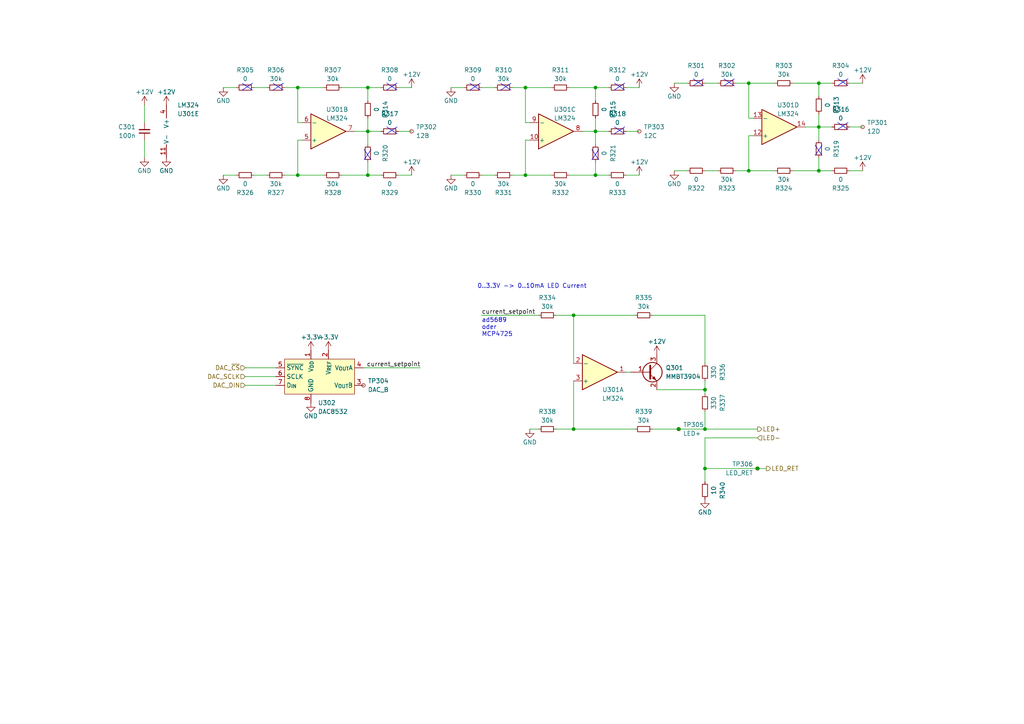
<source format=kicad_sch>
(kicad_sch (version 20211123) (generator eeschema)
  (paper "A4")
  (title_block (title "led-efficiency-measurement - OUTPUT") (date "2023-01-24") (rev "0.1") (comment 4 "Unless specified, all capacitors should be rated for 10V or higher"))
  (lib_symbols
    (symbol "Amplifier_Operational:LM324" (pin_names (offset 0.127))
      (property "Reference" "U" (at 0 5.08 0))
      (property "Value" "LM324" (at 0 -5.08 0))
      (symbol "LM324_1_1"
        (polyline (pts (xy -5.08 5.08) (xy 5.08 0) (xy -5.08 -5.08) (xy -5.08 5.08)) (stroke (width 0.254)) (fill (type background)))
        (pin output line (at 7.62 0 180) (length 2.54) (name "~") (number "1"))
        (pin input line (at -7.62 -2.54 0) (length 2.54) (name "-") (number "2"))
        (pin input line (at -7.62 2.54 0) (length 2.54) (name "+") (number "3"))
      )
      (symbol "LM324_2_1"
        (polyline (pts (xy -5.08 5.08) (xy 5.08 0) (xy -5.08 -5.08) (xy -5.08 5.08)) (stroke (width 0.254)) (fill (type background)))
        (pin input line (at -7.62 2.54 0) (length 2.54) (name "+") (number "5"))
        (pin input line (at -7.62 -2.54 0) (length 2.54) (name "-") (number "6"))
        (pin output line (at 7.62 0 180) (length 2.54) (name "~") (number "7"))
      )
      (symbol "LM324_3_1"
        (polyline (pts (xy -5.08 5.08) (xy 5.08 0) (xy -5.08 -5.08) (xy -5.08 5.08)) (stroke (width 0.254)) (fill (type background)))
        (pin input line (at -7.62 2.54 0) (length 2.54) (name "+") (number "10"))
        (pin output line (at 7.62 0 180) (length 2.54) (name "~") (number "8"))
        (pin input line (at -7.62 -2.54 0) (length 2.54) (name "-") (number "9"))
      )
      (symbol "LM324_4_1"
        (polyline (pts (xy -5.08 5.08) (xy 5.08 0) (xy -5.08 -5.08) (xy -5.08 5.08)) (stroke (width 0.254)) (fill (type background)))
        (pin input line (at -7.62 2.54 0) (length 2.54) (name "+") (number "12"))
        (pin input line (at -7.62 -2.54 0) (length 2.54) (name "-") (number "13"))
        (pin output line (at 7.62 0 180) (length 2.54) (name "~") (number "14"))
      )
      (symbol "LM324_5_1"
        (pin power_in line (at -2.54 -7.62 90) (length 3.81) (name "V-") (number "11"))
        (pin power_in line (at -2.54 7.62 270) (length 3.81) (name "V+") (number "4"))
      )
    )
    (symbol "Device:C_Small" (pin_numbers hide) (pin_names (offset 0.254) hide)
      (property "Reference" "C" (at 0.254 1.778 0))
      (property "Value" "C_Small" (at 0.254 -2.032 0))
      (symbol "C_Small_0_1"
        (polyline (pts (xy -1.524 -0.508) (xy 1.524 -0.508)) (stroke (width 0.3302)))
        (polyline (pts (xy -1.524 0.508) (xy 1.524 0.508)) (stroke (width 0.3048)))
      )
      (symbol "C_Small_1_1"
        (pin passive line (at 0 2.54 270) (length 2.032) (name "~") (number "1"))
        (pin passive line (at 0 -2.54 90) (length 2.032) (name "~") (number "2"))
      )
    )
    (symbol "Device:R_Small" (pin_numbers hide) (pin_names (offset 0.254) hide)
      (property "Reference" "R" (at 0.762 0.508 0))
      (property "Value" "R_Small" (at 0.762 -1.016 0))
      (symbol "R_Small_0_1"
        (rectangle (start -0.762 1.778) (end 0.762 -1.778) (stroke (width 0.2032)))
      )
      (symbol "R_Small_1_1"
        (pin passive line (at 0 2.54 270) (length 0.762) (name "~") (number "1"))
        (pin passive line (at 0 -2.54 90) (length 0.762) (name "~") (number "2"))
      )
    )
    (symbol "Seppl_Analog_DAC:DAC8532"
      (property "Reference" "U" (at 6.35 6.35 0))
      (property "Value" "DAC8532" (at 5.08 -6.35 0))
      (symbol "DAC8532_0_0"
        (pin power_in line (at -2.54 7.62 270) (length 2.54) (name "V_{DD}") (number "1"))
        (pin input line (at 2.54 7.62 270) (length 2.54) (name "V_{REF}") (number "2"))
        (pin output line (at 12.7 -2.54 180) (length 2.54) (name "V_{OUT}B") (number "3"))
        (pin output line (at 12.7 2.54 180) (length 2.54) (name "V_{OUT}A") (number "4"))
        (pin input line (at -12.7 2.54 0) (length 2.54) (name "~{SYNC}") (number "5"))
        (pin input line (at -12.7 0 0) (length 2.54) (name "SCLK") (number "6"))
        (pin input line (at -12.7 -2.54 0) (length 2.54) (name "D_{IN}") (number "7"))
        (pin power_in line (at -2.54 -7.62 90) (length 2.54) (name "GND") (number "8"))
      )
      (symbol "DAC8532_0_1"
        (rectangle (start -10.16 5.08) (end 10.16 -5.08) (fill (type background)))
      )
    )
    (symbol "Seppl_Testpoint:TestPoint_Small" (pin_numbers hide) (pin_names (offset 0.762) hide) (in_bom no)
      (property "Reference" "TP" (at 0 3.81 0))
      (property "Value" "TestPoint_Small" (at 0 2.032 0))
      (symbol "TestPoint_Small_0_1"
        (circle (center 0 0) (radius 0.508))
      )
      (symbol "TestPoint_Small_1_1"
        (pin passive line (at 0 0 90) (length 0) (name "1") (number "1"))
      )
    )
    (symbol "Transistor_BJT:MMBT3904" (pin_names (offset 0) hide)
      (property "Reference" "Q" (at 5.08 1.905 0))
      (property "Value" "MMBT3904" (at 5.08 0 0))
      (symbol "MMBT3904_0_1"
        (polyline (pts (xy 0.635 0.635) (xy 2.54 2.54)))
        (polyline (pts (xy 0.635 -0.635) (xy 2.54 -2.54) (xy 2.54 -2.54)))
        (polyline (pts (xy 0.635 1.905) (xy 0.635 -1.905) (xy 0.635 -1.905)) (stroke (width 0.508)))
        (polyline (pts (xy 1.27 -1.778) (xy 1.778 -1.27) (xy 2.286 -2.286) (xy 1.27 -1.778) (xy 1.27 -1.778)) (fill (type outline)))
        (circle (center 1.27 0) (radius 2.8194) (stroke (width 0.254)))
      )
      (symbol "MMBT3904_1_1"
        (pin input line (at -5.08 0 0) (length 5.715) (name "B") (number "1"))
        (pin passive line (at 2.54 -5.08 90) (length 2.54) (name "E") (number "2"))
        (pin passive line (at 2.54 5.08 270) (length 2.54) (name "C") (number "3"))
      )
    )
    (symbol "power:+12V" (power) (pin_names (offset 0))
      (property "Value" "+12V" (at 0 3.556 0))
      (symbol "+12V_0_1"
        (polyline (pts (xy -0.762 1.27) (xy 0 2.54)))
        (polyline (pts (xy 0 0) (xy 0 2.54)))
        (polyline (pts (xy 0 2.54) (xy 0.762 1.27)))
      )
      (symbol "+12V_1_1"
        (pin power_in line (at 0 0 90) (length 0) hide (name "+12V") (number "1"))
      )
    )
    (symbol "power:+3.3V" (power) (pin_names (offset 0))
      (property "Value" "+3.3V" (at 0 3.556 0))
      (symbol "+3.3V_0_1"
        (polyline (pts (xy -0.762 1.27) (xy 0 2.54)))
        (polyline (pts (xy 0 0) (xy 0 2.54)))
        (polyline (pts (xy 0 2.54) (xy 0.762 1.27)))
      )
      (symbol "+3.3V_1_1"
        (pin power_in line (at 0 0 90) (length 0) hide (name "+3.3V") (number "1"))
      )
    )
    (symbol "power:GND" (power) (pin_names (offset 0))
      (property "Value" "GND" (at 0 -3.81 0))
      (symbol "GND_0_1"
        (polyline (pts (xy 0 0) (xy 0 -1.27) (xy 1.27 -1.27) (xy 0 -2.54) (xy -1.27 -1.27) (xy 0 -1.27)))
      )
      (symbol "GND_1_1"
        (pin power_in line (at 0 0 270) (length 0) hide (name "GND") (number "1"))
      )
    )
  )
  (junction (at 237.49 36.83))
  (junction (at 217.17 24.13))
  (junction (at 106.68 38.1))
  (junction (at 196.85 124.46))
  (junction (at 237.49 49.53))
  (junction (at 166.37 124.46))
  (junction (at 204.47 135.89))
  (junction (at 217.17 49.53))
  (junction (at 237.49 24.13))
  (junction (at 204.47 113.03))
  (junction (at 166.37 91.44))
  (junction (at 219.71 135.89))
  (junction (at 172.72 50.8))
  (junction (at 152.4 50.8))
  (junction (at 106.68 50.8))
  (junction (at 152.4 25.4))
  (junction (at 106.68 25.4))
  (junction (at 172.72 38.1))
  (junction (at 86.36 50.8))
  (junction (at 204.47 124.46))
  (junction (at 86.36 25.4))
  (junction (at 172.72 25.4))
  (wire (pts (xy 181.61 107.95) (xy 182.88 107.95)))
  (wire (pts (xy 213.36 24.13) (xy 217.17 24.13)))
  (wire (pts (xy 172.72 38.1) (xy 172.72 41.91)))
  (wire (pts (xy 121.92 106.68) (xy 105.41 106.68)))
  (wire (pts (xy 233.68 36.83) (xy 237.49 36.83)))
  (wire (pts (xy 185.42 50.8) (xy 181.61 50.8)))
  (wire (pts (xy 130.81 25.4) (xy 134.62 25.4)))
  (wire (pts (xy 86.36 50.8) (xy 93.98 50.8)))
  (wire (pts (xy 195.58 24.13) (xy 199.39 24.13)))
  (wire (pts (xy 185.42 25.4) (xy 181.61 25.4)))
  (wire (pts (xy 204.47 110.49) (xy 204.47 113.03)))
  (wire (pts (xy 152.4 25.4) (xy 152.4 35.56)))
  (wire (pts (xy 152.4 35.56) (xy 153.67 35.56)))
  (wire (pts (xy 106.68 25.4) (xy 110.49 25.4)))
  (wire (pts (xy 213.36 49.53) (xy 217.17 49.53)))
  (wire (pts (xy 130.81 50.8) (xy 134.62 50.8)))
  (wire (pts (xy 237.49 24.13) (xy 241.3 24.13)))
  (wire (pts (xy 73.66 50.8) (xy 77.47 50.8)))
  (wire (pts (xy 185.42 38.1) (xy 181.61 38.1)))
  (wire (pts (xy 161.29 124.46) (xy 166.37 124.46)))
  (wire (pts (xy 71.12 109.22) (xy 80.01 109.22)))
  (wire (pts (xy 172.72 34.29) (xy 172.72 38.1)))
  (wire (pts (xy 168.91 38.1) (xy 172.72 38.1)))
  (wire (pts (xy 153.67 40.64) (xy 152.4 40.64)))
  (wire (pts (xy 218.44 39.37) (xy 217.17 39.37)))
  (wire (pts (xy 71.12 106.68) (xy 80.01 106.68)))
  (wire (pts (xy 237.49 33.02) (xy 237.49 36.83)))
  (wire (pts (xy 86.36 40.64) (xy 86.36 50.8)))
  (wire (pts (xy 172.72 50.8) (xy 176.53 50.8)))
  (wire (pts (xy 166.37 110.49) (xy 166.37 124.46)))
  (wire (pts (xy 189.23 124.46) (xy 196.85 124.46)))
  (wire (pts (xy 217.17 39.37) (xy 217.17 49.53)))
  (wire (pts (xy 119.38 50.8) (xy 115.57 50.8)))
  (wire (pts (xy 217.17 49.53) (xy 224.79 49.53)))
  (wire (pts (xy 153.67 124.46) (xy 156.21 124.46)))
  (wire (pts (xy 41.91 45.72) (xy 41.91 40.64)))
  (wire (pts (xy 139.7 50.8) (xy 143.51 50.8)))
  (wire (pts (xy 99.06 25.4) (xy 106.68 25.4)))
  (wire (pts (xy 119.38 38.1) (xy 115.57 38.1)))
  (wire (pts (xy 172.72 29.21) (xy 172.72 25.4)))
  (wire (pts (xy 106.68 46.99) (xy 106.68 50.8)))
  (wire (pts (xy 224.79 24.13) (xy 217.17 24.13)))
  (wire (pts (xy 250.19 24.13) (xy 246.38 24.13)))
  (wire (pts (xy 166.37 124.46) (xy 184.15 124.46)))
  (wire (pts (xy 106.68 50.8) (xy 110.49 50.8)))
  (wire (pts (xy 237.49 36.83) (xy 237.49 40.64)))
  (wire (pts (xy 196.85 124.46) (xy 204.47 124.46)))
  (wire (pts (xy 64.77 50.8) (xy 68.58 50.8)))
  (wire (pts (xy 172.72 25.4) (xy 176.53 25.4)))
  (wire (pts (xy 237.49 36.83) (xy 241.3 36.83)))
  (wire (pts (xy 86.36 35.56) (xy 87.63 35.56)))
  (wire (pts (xy 195.58 49.53) (xy 199.39 49.53)))
  (wire (pts (xy 64.77 25.4) (xy 68.58 25.4)))
  (wire (pts (xy 106.68 29.21) (xy 106.68 25.4)))
  (wire (pts (xy 204.47 127) (xy 219.71 127)))
  (wire (pts (xy 250.19 36.83) (xy 246.38 36.83)))
  (wire (pts (xy 237.49 45.72) (xy 237.49 49.53)))
  (wire (pts (xy 139.7 25.4) (xy 143.51 25.4)))
  (wire (pts (xy 229.87 49.53) (xy 237.49 49.53)))
  (wire (pts (xy 165.1 50.8) (xy 172.72 50.8)))
  (wire (pts (xy 82.55 25.4) (xy 86.36 25.4)))
  (wire (pts (xy 204.47 127) (xy 204.47 135.89)))
  (wire (pts (xy 41.91 30.48) (xy 41.91 35.56)))
  (wire (pts (xy 204.47 91.44) (xy 189.23 91.44)))
  (wire (pts (xy 237.49 27.94) (xy 237.49 24.13)))
  (wire (pts (xy 172.72 38.1) (xy 176.53 38.1)))
  (wire (pts (xy 237.49 49.53) (xy 241.3 49.53)))
  (wire (pts (xy 217.17 24.13) (xy 217.17 34.29)))
  (wire (pts (xy 99.06 50.8) (xy 106.68 50.8)))
  (wire (pts (xy 172.72 46.99) (xy 172.72 50.8)))
  (wire (pts (xy 204.47 124.46) (xy 219.71 124.46)))
  (wire (pts (xy 106.68 38.1) (xy 110.49 38.1)))
  (wire (pts (xy 152.4 50.8) (xy 160.02 50.8)))
  (wire (pts (xy 161.29 91.44) (xy 166.37 91.44)))
  (wire (pts (xy 86.36 25.4) (xy 86.36 35.56)))
  (wire (pts (xy 217.17 34.29) (xy 218.44 34.29)))
  (wire (pts (xy 119.38 25.4) (xy 115.57 25.4)))
  (wire (pts (xy 204.47 135.89) (xy 204.47 139.7)))
  (wire (pts (xy 229.87 24.13) (xy 237.49 24.13)))
  (wire (pts (xy 148.59 50.8) (xy 152.4 50.8)))
  (wire (pts (xy 106.68 34.29) (xy 106.68 38.1)))
  (wire (pts (xy 87.63 40.64) (xy 86.36 40.64)))
  (wire (pts (xy 73.66 25.4) (xy 77.47 25.4)))
  (wire (pts (xy 204.47 135.89) (xy 219.71 135.89)))
  (wire (pts (xy 166.37 91.44) (xy 184.15 91.44)))
  (wire (pts (xy 204.47 113.03) (xy 204.47 114.3)))
  (wire (pts (xy 152.4 40.64) (xy 152.4 50.8)))
  (wire (pts (xy 160.02 25.4) (xy 152.4 25.4)))
  (wire (pts (xy 148.59 25.4) (xy 152.4 25.4)))
  (wire (pts (xy 139.7 91.44) (xy 156.21 91.44)))
  (wire (pts (xy 219.71 135.89) (xy 222.25 135.89)))
  (wire (pts (xy 204.47 105.41) (xy 204.47 91.44)))
  (wire (pts (xy 190.5 113.03) (xy 204.47 113.03)))
  (wire (pts (xy 82.55 50.8) (xy 86.36 50.8)))
  (wire (pts (xy 166.37 105.41) (xy 166.37 91.44)))
  (wire (pts (xy 93.98 25.4) (xy 86.36 25.4)))
  (wire (pts (xy 204.47 119.38) (xy 204.47 124.46)))
  (wire (pts (xy 106.68 38.1) (xy 106.68 41.91)))
  (wire (pts (xy 165.1 25.4) (xy 172.72 25.4)))
  (wire (pts (xy 71.12 111.76) (xy 80.01 111.76)))
  (wire (pts (xy 102.87 38.1) (xy 106.68 38.1)))
  (wire (pts (xy 250.19 49.53) (xy 246.38 49.53)))
  (wire (pts (xy 204.47 24.13) (xy 208.28 24.13)))
  (wire (pts (xy 204.47 49.53) (xy 208.28 49.53)))
  (text "ad5689\noder\nMCP4725" (at 139.7 97.79 0) (effects (font (size 1.27 1.27)) (justify left bottom)))
  (text "X" (at 238.9602 45.7121 180) (effects (font (size 3 3)) (justify right bottom)))
  (text "X" (at 174.1902 46.9821 180) (effects (font (size 3 3)) (justify right bottom)))
  (text "X" (at 115.5373 39.5769 90) (effects (font (size 3 3)) (justify left bottom)))
  (text "X" (at 82.55 26.9284 90) (effects (font (size 3 3)) (justify left bottom)))
  (text "X" (at 181.5773 39.5769 90) (effects (font (size 3 3)) (justify left bottom)))
  (text "X" (at 204.4281 25.6584 90) (effects (font (size 3 3)) (justify left bottom)))
  (text "X" (at 246.3473 25.6069 90) (effects (font (size 3 3)) (justify left bottom)))
  (text "X" (at 108.1502 46.9821 180) (effects (font (size 3 3)) (justify right bottom)))
  (text "X" (at 213.36 25.6584 90) (effects (font (size 3 3)) (justify left bottom)))
  (text "X" (at 115.5373 26.8769 90) (effects (font (size 3 3)) (justify left bottom)))
  (text "X" (at 73.6181 26.9284 90) (effects (font (size 3 3)) (justify left bottom)))
  (text "X" (at 246.3473 38.3069 90) (effects (font (size 3 3)) (justify left bottom)))
  (text "X" (at 181.5773 26.8769 90) (effects (font (size 3 3)) (justify left bottom)))
  (text "X" (at 139.6581 26.9284 90) (effects (font (size 3 3)) (justify left bottom)))
  (text "0..3.3V -> 0..10mA LED Current" (at 138.43 83.82 0) (effects (font (size 1.27 1.27)) (justify left bottom)))
  (text "X" (at 148.59 26.9284 90) (effects (font (size 3 3)) (justify left bottom)))
  (label "current_setpoint" (at 121.92 106.68 180))
  (label "current_setpoint" (at 139.7 91.44 0))
  (hierarchical_label "LED+" (shape output) (at 219.71 124.46 0))
  (hierarchical_label "DAC_SCLK" (shape input) (at 71.12 109.22 180))
  (hierarchical_label "LED-" (shape input) (at 219.71 127 0))
  (hierarchical_label "DAC_DIN" (shape input) (at 71.12 111.76 180))
  (hierarchical_label "LED_RET" (shape output) (at 222.25 135.89 0))
  (hierarchical_label "DAC_~{CS}" (shape input) (at 71.12 106.68 180))
  (symbol (lib_id "Device:R_Small") (at 172.72 31.75 0) (mirror x) (unit 1)
    (property "Reference" "R315" (at 177.8 31.75 90))
    (property "Value" "0" (at 175.26 31.75 90))
    (property "Footprint" "Resistor_SMD:R_0805_2012Metric_Pad1.20x1.40mm_HandSolder" (effects hide))
  )
  (symbol (lib_id "power:GND") (at 195.58 49.53 0) (unit 1)
    (property "Reference" "#PWR0311" (effects hide))
    (property "Value" "GND" (at 195.58 53.34 0))
  )
  (symbol (lib_id "Device:R_Small") (at 158.75 91.44 90) (unit 1)
    (property "Reference" "R334" (at 158.75 86.36 90))
    (property "Value" "30k" (at 158.75 88.9 90))
    (property "Footprint" "Resistor_SMD:R_0805_2012Metric_Pad1.20x1.40mm_HandSolder" (effects hide))
  )
  (symbol (lib_id "Device:R_Small") (at 71.12 50.8 90) (mirror x) (unit 1)
    (property "Reference" "R326" (at 71.12 55.88 90))
    (property "Value" "0" (at 71.12 53.34 90))
    (property "Footprint" "Resistor_SMD:R_0805_2012Metric_Pad1.20x1.40mm_HandSolder" (effects hide))
  )
  (symbol (lib_id "Device:R_Small") (at 80.01 50.8 90) (mirror x) (unit 1)
    (property "Reference" "R327" (at 80.01 55.88 90))
    (property "Value" "30k" (at 80.01 53.34 90))
    (property "Footprint" "Resistor_SMD:R_0805_2012Metric_Pad1.20x1.40mm_HandSolder" (effects hide))
  )
  (symbol (lib_id "Device:R_Small") (at 162.56 50.8 90) (mirror x) (unit 1)
    (property "Reference" "R332" (at 162.56 55.88 90))
    (property "Value" "30k" (at 162.56 53.34 90))
    (property "Footprint" "Resistor_SMD:R_0805_2012Metric_Pad1.20x1.40mm_HandSolder" (effects hide))
  )
  (symbol (lib_id "power:GND") (at 130.81 50.8 0) (unit 1)
    (property "Reference" "#PWR0315" (effects hide))
    (property "Value" "GND" (at 130.81 54.61 0))
  )
  (symbol (lib_id "Device:R_Small") (at 227.33 49.53 90) (mirror x) (unit 1)
    (property "Reference" "R324" (at 227.33 54.61 90))
    (property "Value" "30k" (at 227.33 52.07 90))
    (property "Footprint" "Resistor_SMD:R_0805_2012Metric_Pad1.20x1.40mm_HandSolder" (effects hide))
  )
  (symbol (lib_id "Seppl_Testpoint:TestPoint_Small") (at 105.41 111.76 0) (unit 1) (in_bom no)
    (property "Reference" "TP304" (at 106.68 110.4899 0) (effects (justify left)))
    (property "Value" "DAC_B" (at 106.68 113.0299 0) (effects (justify left)))
    (property "Footprint" "TestPoint:TestPoint_Pad_D2.0mm" (effects hide))
  )
  (symbol (lib_id "power:+12V") (at 119.38 50.8 0) (unit 1)
    (property "Reference" "#PWR0314" (effects hide))
    (property "Value" "+12V" (at 119.38 46.99 0))
  )
  (symbol (lib_id "power:+12V") (at 48.26 30.48 0) (unit 1)
    (property "Reference" "#PWR0308" (effects hide))
    (property "Value" "+12V" (at 48.26 26.67 0))
  )
  (symbol (lib_id "Device:R_Small") (at 186.69 91.44 90) (unit 1)
    (property "Reference" "R335" (at 186.69 86.36 90))
    (property "Value" "30k" (at 186.69 88.9 90))
    (property "Footprint" "Resistor_SMD:R_0805_2012Metric_Pad1.20x1.40mm_HandSolder" (effects hide))
  )
  (symbol (lib_id "Amplifier_Operational:LM324") (at 95.25 38.1 0) (mirror x) (unit 2)
    (property "Reference" "U301" (at 97.79 31.75 0))
    (property "Value" "LM324" (at 97.79 34.29 0))
    (property "Footprint" "Package_SO:SOIC-14_3.9x8.7mm_P1.27mm" (effects hide))
    (property "Datasheet" "http://www.ti.com/lit/ds/symlink/lm2902-n.pdf" (effects hide))
  )
  (symbol (lib_id "Seppl_Testpoint:TestPoint_Small") (at 185.42 38.1 0) (unit 1) (in_bom no)
    (property "Reference" "TP303" (at 186.69 36.8299 0) (effects (justify left)))
    (property "Value" "12C" (at 186.69 39.3699 0) (effects (justify left)))
    (property "Footprint" "TestPoint:TestPoint_Pad_D2.0mm" (effects hide))
  )
  (symbol (lib_id "Transistor_BJT:MMBT3904") (at 187.96 107.95 0) (unit 1)
    (property "Reference" "Q301" (at 193.04 106.6799 0) (effects (justify left)))
    (property "Value" "MMBT3904" (at 193.04 109.2199 0) (effects (justify left)))
    (property "Footprint" "Package_TO_SOT_SMD:SOT-23" (effects hide))
    (property "Datasheet" "https://www.onsemi.com/pub/Collateral/2N3903-D.PDF" (effects hide))
  )
  (symbol (lib_id "Amplifier_Operational:LM324") (at 226.06 36.83 0) (mirror x) (unit 4)
    (property "Reference" "U301" (at 228.6 30.48 0))
    (property "Value" "LM324" (at 228.6 33.02 0))
    (property "Footprint" "Package_SO:SOIC-14_3.9x8.7mm_P1.27mm" (effects hide))
    (property "Datasheet" "http://www.ti.com/lit/ds/symlink/lm2902-n.pdf" (effects hide))
  )
  (symbol (lib_id "Seppl_Testpoint:TestPoint_Small") (at 119.38 38.1 0) (unit 1) (in_bom no)
    (property "Reference" "TP302" (at 120.65 36.8299 0) (effects (justify left)))
    (property "Value" "12B" (at 120.65 39.3699 0) (effects (justify left)))
    (property "Footprint" "TestPoint:TestPoint_Pad_D2.0mm" (effects hide))
  )
  (symbol (lib_id "power:GND") (at 130.81 25.4 0) (unit 1)
    (property "Reference" "#PWR0305" (effects hide))
    (property "Value" "GND" (at 130.81 29.21 0))
  )
  (symbol (lib_id "Device:R_Small") (at 113.03 50.8 90) (mirror x) (unit 1)
    (property "Reference" "R329" (at 113.03 55.88 90))
    (property "Value" "0" (at 113.03 53.34 90))
    (property "Footprint" "Resistor_SMD:R_0805_2012Metric_Pad1.20x1.40mm_HandSolder" (effects hide))
  )
  (symbol (lib_id "Device:R_Small") (at 146.05 25.4 90) (unit 1)
    (property "Reference" "R310" (at 146.05 20.32 90))
    (property "Value" "30k" (at 146.05 22.86 90))
    (property "Footprint" "Resistor_SMD:R_0805_2012Metric_Pad1.20x1.40mm_HandSolder" (effects hide))
  )
  (symbol (lib_id "Device:R_Small") (at 227.33 24.13 90) (unit 1)
    (property "Reference" "R303" (at 227.33 19.05 90))
    (property "Value" "30k" (at 227.33 21.59 90))
    (property "Footprint" "Resistor_SMD:R_0805_2012Metric_Pad1.20x1.40mm_HandSolder" (effects hide))
  )
  (symbol (lib_id "Device:R_Small") (at 243.84 36.83 90) (unit 1)
    (property "Reference" "R316" (at 243.84 31.75 90))
    (property "Value" "0" (at 243.84 34.29 90))
    (property "Footprint" "Resistor_SMD:R_0805_2012Metric_Pad1.20x1.40mm_HandSolder" (effects hide))
  )
  (symbol (lib_id "Device:R_Small") (at 96.52 25.4 90) (unit 1)
    (property "Reference" "R307" (at 96.52 20.32 90))
    (property "Value" "30k" (at 96.52 22.86 90))
    (property "Footprint" "Resistor_SMD:R_0805_2012Metric_Pad1.20x1.40mm_HandSolder" (effects hide))
  )
  (symbol (lib_id "Device:R_Small") (at 158.75 124.46 90) (unit 1)
    (property "Reference" "R338" (at 158.75 119.38 90))
    (property "Value" "30k" (at 158.75 121.92 90))
    (property "Footprint" "Resistor_SMD:R_0805_2012Metric_Pad1.20x1.40mm_HandSolder" (effects hide))
  )
  (symbol (lib_id "power:GND") (at 41.91 45.72 0) (unit 1)
    (property "Reference" "#PWR0309" (effects hide))
    (property "Value" "GND" (at 41.91 49.53 0))
  )
  (symbol (lib_id "power:+12V") (at 41.91 30.48 0) (unit 1)
    (property "Reference" "#PWR0307" (effects hide))
    (property "Value" "+12V" (at 41.91 26.67 0))
  )
  (symbol (lib_id "Device:R_Small") (at 146.05 50.8 90) (mirror x) (unit 1)
    (property "Reference" "R331" (at 146.05 55.88 90))
    (property "Value" "30k" (at 146.05 53.34 90))
    (property "Footprint" "Resistor_SMD:R_0805_2012Metric_Pad1.20x1.40mm_HandSolder" (effects hide))
  )
  (symbol (lib_id "Device:R_Small") (at 179.07 50.8 90) (mirror x) (unit 1)
    (property "Reference" "R333" (at 179.07 55.88 90))
    (property "Value" "0" (at 179.07 53.34 90))
    (property "Footprint" "Resistor_SMD:R_0805_2012Metric_Pad1.20x1.40mm_HandSolder" (effects hide))
  )
  (symbol (lib_id "Device:R_Small") (at 71.12 25.4 90) (unit 1)
    (property "Reference" "R305" (at 71.12 20.32 90))
    (property "Value" "0" (at 71.12 22.86 90))
    (property "Footprint" "Resistor_SMD:R_0805_2012Metric_Pad1.20x1.40mm_HandSolder" (effects hide))
  )
  (symbol (lib_id "Device:R_Small") (at 210.82 24.13 90) (unit 1)
    (property "Reference" "R302" (at 210.82 19.05 90))
    (property "Value" "30k" (at 210.82 21.59 90))
    (property "Footprint" "Resistor_SMD:R_0805_2012Metric_Pad1.20x1.40mm_HandSolder" (effects hide))
  )
  (symbol (lib_id "Seppl_Testpoint:TestPoint_Small") (at 196.85 124.46 270) (mirror x) (unit 1) (in_bom no)
    (property "Reference" "TP305" (at 198.12 123.1899 90) (effects (justify left)))
    (property "Value" "LED+" (at 198.12 125.7299 90) (effects (justify left)))
    (property "Footprint" "TestPoint:TestPoint_Pad_D2.0mm" (effects hide))
  )
  (symbol (lib_id "Device:R_Small") (at 137.16 25.4 90) (unit 1)
    (property "Reference" "R309" (at 137.16 20.32 90))
    (property "Value" "0" (at 137.16 22.86 90))
    (property "Footprint" "Resistor_SMD:R_0805_2012Metric_Pad1.20x1.40mm_HandSolder" (effects hide))
  )
  (symbol (lib_id "Device:R_Small") (at 80.01 25.4 90) (unit 1)
    (property "Reference" "R306" (at 80.01 20.32 90))
    (property "Value" "30k" (at 80.01 22.86 90))
    (property "Footprint" "Resistor_SMD:R_0805_2012Metric_Pad1.20x1.40mm_HandSolder" (effects hide))
  )
  (symbol (lib_id "Device:R_Small") (at 179.07 38.1 90) (unit 1)
    (property "Reference" "R318" (at 179.07 33.02 90))
    (property "Value" "0" (at 179.07 35.56 90))
    (property "Footprint" "Resistor_SMD:R_0805_2012Metric_Pad1.20x1.40mm_HandSolder" (effects hide))
  )
  (symbol (lib_id "Device:R_Small") (at 186.69 124.46 90) (unit 1)
    (property "Reference" "R339" (at 186.69 119.38 90))
    (property "Value" "30k" (at 186.69 121.92 90))
    (property "Footprint" "Resistor_SMD:R_0805_2012Metric_Pad1.20x1.40mm_HandSolder" (effects hide))
  )
  (symbol (lib_id "Device:R_Small") (at 204.47 142.24 0) (mirror x) (unit 1)
    (property "Reference" "R340" (at 209.55 142.24 90))
    (property "Value" "10" (at 207.01 142.24 90))
    (property "Footprint" "Resistor_SMD:R_0805_2012Metric_Pad1.20x1.40mm_HandSolder" (effects hide))
  )
  (symbol (lib_id "Seppl_Testpoint:TestPoint_Small") (at 219.71 135.89 0) (mirror x) (unit 1) (in_bom no)
    (property "Reference" "TP306" (at 218.44 134.6199 0) (effects (justify right)))
    (property "Value" "LED_RET" (at 218.44 137.1599 0) (effects (justify right)))
    (property "Footprint" "TestPoint:TestPoint_Pad_D2.0mm" (effects hide))
  )
  (symbol (lib_id "power:GND") (at 48.26 45.72 0) (unit 1)
    (property "Reference" "#PWR0310" (effects hide))
    (property "Value" "GND" (at 48.26 49.53 0))
  )
  (symbol (lib_id "Amplifier_Operational:LM324") (at 50.8 38.1 0) (unit 5)
    (property "Reference" "U301" (at 54.61 33.02 0))
    (property "Value" "LM324" (at 54.61 30.48 0))
    (property "Footprint" "Package_SO:SOIC-14_3.9x8.7mm_P1.27mm" (effects hide))
    (property "Datasheet" "http://www.ti.com/lit/ds/symlink/lm2902-n.pdf" (effects hide))
  )
  (symbol (lib_id "Device:R_Small") (at 243.84 24.13 90) (unit 1)
    (property "Reference" "R304" (at 243.84 19.05 90))
    (property "Value" "0" (at 243.84 21.59 90))
    (property "Footprint" "Resistor_SMD:R_0805_2012Metric_Pad1.20x1.40mm_HandSolder" (effects hide))
  )
  (symbol (lib_id "Device:R_Small") (at 172.72 44.45 0) (mirror x) (unit 1)
    (property "Reference" "R321" (at 177.8 44.45 90))
    (property "Value" "0" (at 175.26 44.45 90))
    (property "Footprint" "Resistor_SMD:R_0805_2012Metric_Pad1.20x1.40mm_HandSolder" (effects hide))
  )
  (symbol (lib_id "power:+12V") (at 250.19 49.53 0) (unit 1)
    (property "Reference" "#PWR0312" (effects hide))
    (property "Value" "+12V" (at 250.19 45.72 0))
  )
  (symbol (lib_id "power:GND") (at 90.17 116.84 0) (unit 1)
    (property "Reference" "#PWR0320" (effects hide))
    (property "Value" "GND" (at 90.17 120.65 0))
  )
  (symbol (lib_id "power:+12V") (at 185.42 25.4 0) (unit 1)
    (property "Reference" "#PWR0306" (effects hide))
    (property "Value" "+12V" (at 185.42 21.59 0))
  )
  (symbol (lib_id "Device:R_Small") (at 162.56 25.4 90) (unit 1)
    (property "Reference" "R311" (at 162.56 20.32 90))
    (property "Value" "30k" (at 162.56 22.86 90))
    (property "Footprint" "Resistor_SMD:R_0805_2012Metric_Pad1.20x1.40mm_HandSolder" (effects hide))
  )
  (symbol (lib_id "Device:R_Small") (at 137.16 50.8 90) (mirror x) (unit 1)
    (property "Reference" "R330" (at 137.16 55.88 90))
    (property "Value" "0" (at 137.16 53.34 90))
    (property "Footprint" "Resistor_SMD:R_0805_2012Metric_Pad1.20x1.40mm_HandSolder" (effects hide))
  )
  (symbol (lib_id "power:+3.3V") (at 95.25 101.6 0) (unit 1)
    (property "Reference" "#PWR0318" (effects hide))
    (property "Value" "+3.3V" (at 95.25 97.79 0))
  )
  (symbol (lib_id "power:GND") (at 204.47 144.78 0) (unit 1)
    (property "Reference" "#PWR0322" (effects hide))
    (property "Value" "GND" (at 204.47 148.59 0))
  )
  (symbol (lib_id "Device:R_Small") (at 237.49 30.48 0) (mirror x) (unit 1)
    (property "Reference" "R313" (at 242.57 30.48 90))
    (property "Value" "0" (at 240.03 30.48 90))
    (property "Footprint" "Resistor_SMD:R_0805_2012Metric_Pad1.20x1.40mm_HandSolder" (effects hide))
  )
  (symbol (lib_id "power:+12V") (at 185.42 50.8 0) (unit 1)
    (property "Reference" "#PWR0316" (effects hide))
    (property "Value" "+12V" (at 185.42 46.99 0))
  )
  (symbol (lib_id "power:GND") (at 153.67 124.46 0) (unit 1)
    (property "Reference" "#PWR0321" (effects hide))
    (property "Value" "GND" (at 153.67 128.27 0))
  )
  (symbol (lib_id "Device:R_Small") (at 237.49 43.18 0) (mirror x) (unit 1)
    (property "Reference" "R319" (at 242.57 43.18 90))
    (property "Value" "0" (at 240.03 43.18 90))
    (property "Footprint" "Resistor_SMD:R_0805_2012Metric_Pad1.20x1.40mm_HandSolder" (effects hide))
  )
  (symbol (lib_id "power:+12V") (at 250.19 24.13 0) (unit 1)
    (property "Reference" "#PWR0302" (effects hide))
    (property "Value" "+12V" (at 250.19 20.32 0))
  )
  (symbol (lib_id "Device:R_Small") (at 201.93 49.53 90) (mirror x) (unit 1)
    (property "Reference" "R322" (at 201.93 54.61 90))
    (property "Value" "0" (at 201.93 52.07 90))
    (property "Footprint" "Resistor_SMD:R_0805_2012Metric_Pad1.20x1.40mm_HandSolder" (effects hide))
  )
  (symbol (lib_id "Device:R_Small") (at 201.93 24.13 90) (unit 1)
    (property "Reference" "R301" (at 201.93 19.05 90))
    (property "Value" "0" (at 201.93 21.59 90))
    (property "Footprint" "Resistor_SMD:R_0805_2012Metric_Pad1.20x1.40mm_HandSolder" (effects hide))
  )
  (symbol (lib_id "Device:R_Small") (at 113.03 25.4 90) (unit 1)
    (property "Reference" "R308" (at 113.03 20.32 90))
    (property "Value" "0" (at 113.03 22.86 90))
    (property "Footprint" "Resistor_SMD:R_0805_2012Metric_Pad1.20x1.40mm_HandSolder" (effects hide))
  )
  (symbol (lib_id "Device:R_Small") (at 113.03 38.1 90) (unit 1)
    (property "Reference" "R317" (at 113.03 33.02 90))
    (property "Value" "0" (at 113.03 35.56 90))
    (property "Footprint" "Resistor_SMD:R_0805_2012Metric_Pad1.20x1.40mm_HandSolder" (effects hide))
  )
  (symbol (lib_id "Device:R_Small") (at 204.47 116.84 0) (mirror x) (unit 1)
    (property "Reference" "R337" (at 209.55 116.84 90))
    (property "Value" "330" (at 207.01 116.84 90))
    (property "Footprint" "Resistor_SMD:R_0805_2012Metric_Pad1.20x1.40mm_HandSolder" (effects hide))
  )
  (symbol (lib_id "Device:R_Small") (at 243.84 49.53 90) (mirror x) (unit 1)
    (property "Reference" "R325" (at 243.84 54.61 90))
    (property "Value" "0" (at 243.84 52.07 90))
    (property "Footprint" "Resistor_SMD:R_0805_2012Metric_Pad1.20x1.40mm_HandSolder" (effects hide))
  )
  (symbol (lib_id "Device:R_Small") (at 210.82 49.53 90) (mirror x) (unit 1)
    (property "Reference" "R323" (at 210.82 54.61 90))
    (property "Value" "30k" (at 210.82 52.07 90))
    (property "Footprint" "Resistor_SMD:R_0805_2012Metric_Pad1.20x1.40mm_HandSolder" (effects hide))
  )
  (symbol (lib_id "power:GND") (at 64.77 25.4 0) (unit 1)
    (property "Reference" "#PWR0303" (effects hide))
    (property "Value" "GND" (at 64.77 29.21 0))
  )
  (symbol (lib_id "Amplifier_Operational:LM324") (at 161.29 38.1 0) (mirror x) (unit 3)
    (property "Reference" "U301" (at 163.83 31.75 0))
    (property "Value" "LM324" (at 163.83 34.29 0))
    (property "Footprint" "Package_SO:SOIC-14_3.9x8.7mm_P1.27mm" (effects hide))
    (property "Datasheet" "http://www.ti.com/lit/ds/symlink/lm2902-n.pdf" (effects hide))
  )
  (symbol (lib_id "Device:C_Small") (at 41.91 38.1 0) (mirror x) (unit 1)
    (property "Reference" "C301" (at 39.37 36.8235 0) (effects (justify right)))
    (property "Value" "100n" (at 39.37 39.3635 0) (effects (justify right)))
    (property "Footprint" "Capacitor_SMD:C_0805_2012Metric_Pad1.18x1.45mm_HandSolder" (effects hide))
  )
  (symbol (lib_id "Device:R_Small") (at 106.68 44.45 0) (mirror x) (unit 1)
    (property "Reference" "R320" (at 111.76 44.45 90))
    (property "Value" "0" (at 109.22 44.45 90))
    (property "Footprint" "Resistor_SMD:R_0805_2012Metric_Pad1.20x1.40mm_HandSolder" (effects hide))
  )
  (symbol (lib_id "power:GND") (at 195.58 24.13 0) (unit 1)
    (property "Reference" "#PWR0301" (effects hide))
    (property "Value" "GND" (at 195.58 27.94 0))
  )
  (symbol (lib_id "Seppl_Testpoint:TestPoint_Small") (at 250.19 36.83 0) (unit 1) (in_bom no)
    (property "Reference" "TP301" (at 251.46 35.5599 0) (effects (justify left)))
    (property "Value" "12D" (at 251.46 38.0999 0) (effects (justify left)))
    (property "Footprint" "TestPoint:TestPoint_Pad_D2.0mm" (effects hide))
  )
  (symbol (lib_id "power:+3.3V") (at 90.17 101.6 0) (unit 1)
    (property "Reference" "#PWR0317" (effects hide))
    (property "Value" "+3.3V" (at 90.17 97.79 0))
  )
  (symbol (lib_id "power:GND") (at 64.77 50.8 0) (unit 1)
    (property "Reference" "#PWR0313" (effects hide))
    (property "Value" "GND" (at 64.77 54.61 0))
  )
  (symbol (lib_id "Amplifier_Operational:LM324") (at 173.99 107.95 0) (mirror x) (unit 1)
    (property "Reference" "U301" (at 177.8 113.03 0))
    (property "Value" "LM324" (at 177.8 115.57 0))
    (property "Footprint" "Package_SO:SOIC-14_3.9x8.7mm_P1.27mm" (effects hide))
    (property "Datasheet" "http://www.ti.com/lit/ds/symlink/lm2902-n.pdf" (effects hide))
  )
  (symbol (lib_id "Device:R_Small") (at 179.07 25.4 90) (unit 1)
    (property "Reference" "R312" (at 179.07 20.32 90))
    (property "Value" "0" (at 179.07 22.86 90))
    (property "Footprint" "Resistor_SMD:R_0805_2012Metric_Pad1.20x1.40mm_HandSolder" (effects hide))
  )
  (symbol (lib_id "Device:R_Small") (at 96.52 50.8 90) (mirror x) (unit 1)
    (property "Reference" "R328" (at 96.52 55.88 90))
    (property "Value" "30k" (at 96.52 53.34 90))
    (property "Footprint" "Resistor_SMD:R_0805_2012Metric_Pad1.20x1.40mm_HandSolder" (effects hide))
  )
  (symbol (lib_id "power:+12V") (at 190.5 102.87 0) (unit 1)
    (property "Reference" "#PWR0319" (effects hide))
    (property "Value" "+12V" (at 190.5 99.06 0))
  )
  (symbol (lib_id "power:+12V") (at 119.38 25.4 0) (unit 1)
    (property "Reference" "#PWR0304" (effects hide))
    (property "Value" "+12V" (at 119.38 21.59 0))
  )
  (symbol (lib_id "Device:R_Small") (at 106.68 31.75 0) (mirror x) (unit 1)
    (property "Reference" "R314" (at 111.76 31.75 90))
    (property "Value" "0" (at 109.22 31.75 90))
    (property "Footprint" "Resistor_SMD:R_0805_2012Metric_Pad1.20x1.40mm_HandSolder" (effects hide))
  )
  (symbol (lib_id "Device:R_Small") (at 204.47 107.95 0) (mirror x) (unit 1)
    (property "Reference" "R336" (at 209.55 107.95 90))
    (property "Value" "330" (at 207.01 107.95 90))
    (property "Footprint" "Resistor_SMD:R_0805_2012Metric_Pad1.20x1.40mm_HandSolder" (effects hide))
  )
  (symbol (lib_id "Seppl_Analog_DAC:DAC8532") (at 92.71 109.22 0) (unit 1)
    (property "Reference" "U302" (at 92.1894 116.84 0) (effects (justify left)))
    (property "Value" "DAC8532" (at 92.1894 119.38 0) (effects (justify left)))
    (property "Footprint" "Package_SO:MSOP-8_3x3mm_P0.65mm" (effects hide))
  )
)
</source>
